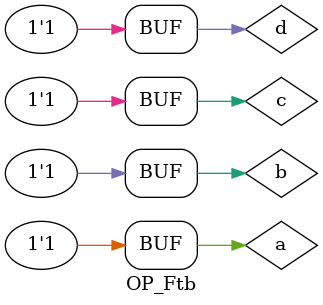
<source format=sv>
`timescale 1ns / 1ps


module OP_Ftb;
reg a,b,c,d;
wire y,z;
OP_F dut (a,b,c,d,y,z);
initial
begin
a=1'b0;b=1'b0;c=1'b0;d=1'b0;
#10 a=1'b0;b=1'b0;c=1'b0;d=1'b1;
#10 a=1'b0;b=1'b0;c=1'b1;d=1'b0;
#10 a=1'b0;b=1'b0;c=1'b1;d=1'b1;
#10 a=1'b0;b=1'b1;c=1'b0;d=1'b0;
#10 a=1'b0;b=1'b1;c=1'b0;d=1'b1;
#10 a=1'b0;b=1'b1;c=1'b1;d=1'b0;
#10 a=1'b0;b=1'b1;c=1'b1;d=1'b1;
#10 a=1'b1;b=1'b0;c=1'b0;d=1'b0;
#10 a=1'b1;b=1'b0;c=1'b0;d=1'b1;
#10 a=1'b1;b=1'b0;c=1'b1;d=1'b0;
#10 a=1'b1;b=1'b0;c=1'b1;d=1'b1;
#10 a=1'b1;b=1'b1;c=1'b0;d=1'b0;
#10 a=1'b1;b=1'b1;c=1'b0;d=1'b1;
#10 a=1'b1;b=1'b1;c=1'b1;d=1'b0;
#10 a=1'b1;b=1'b1;c=1'b1;d=1'b1;
end
endmodule



</source>
